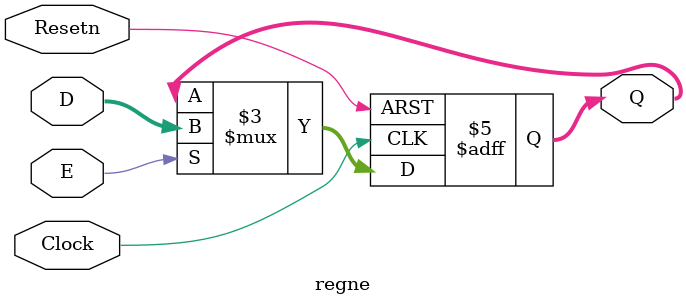
<source format=v>
module regne (D, Clock, Resetn, E, Q);
  parameter n = 4;
  input [n-1:0] D;
  input Clock, Resetn, E;
  output [n-1:0] Q;
  reg [n-1:0] Q;

  always @(posedge Clock or negedge Resetn)
    if (Resetn == 0)
      Q <= 0;
    else if (E)
      Q <= D;

endmodule

</source>
